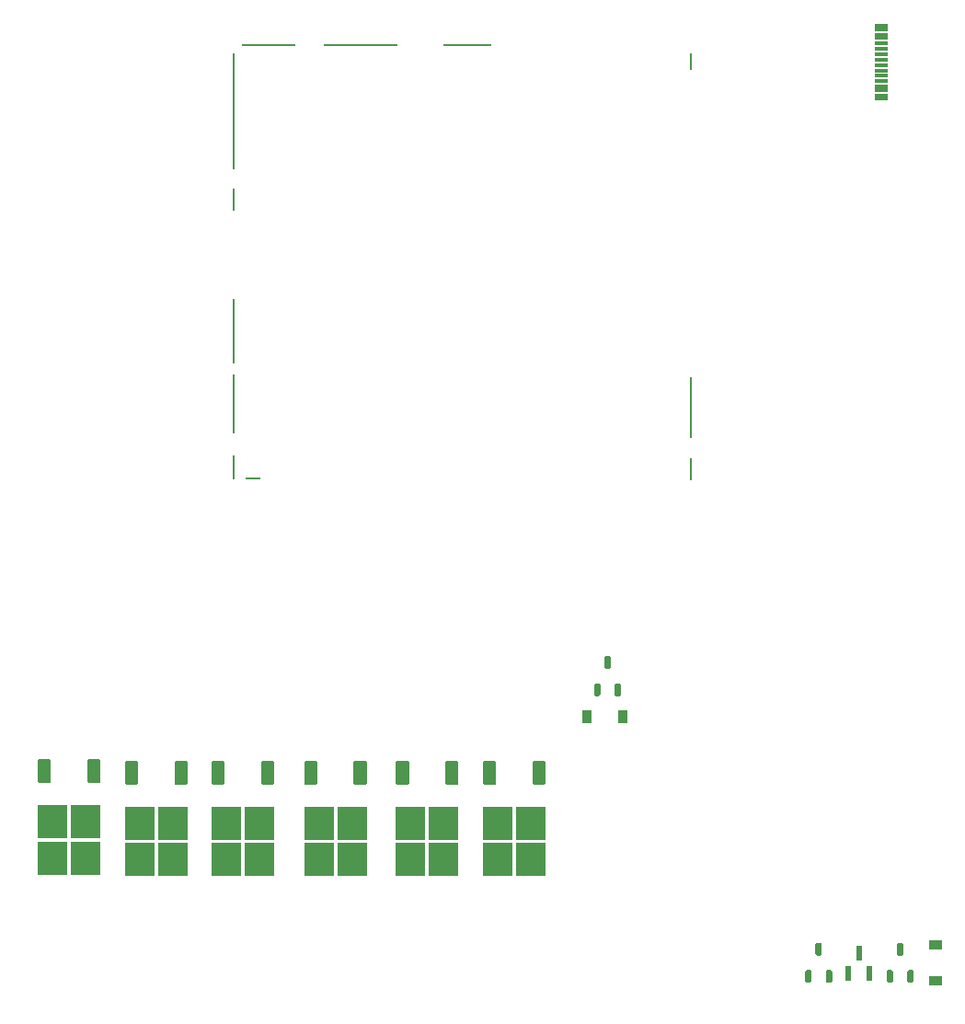
<source format=gtp>
G04 #@! TF.GenerationSoftware,KiCad,Pcbnew,8.0.7-8.0.7-0~ubuntu24.04.1*
G04 #@! TF.CreationDate,2024-12-19T04:57:45+00:00*
G04 #@! TF.ProjectId,z31hellen,7a333168-656c-46c6-956e-2e6b69636164,rev?*
G04 #@! TF.SameCoordinates,Original*
G04 #@! TF.FileFunction,Paste,Top*
G04 #@! TF.FilePolarity,Positive*
%FSLAX46Y46*%
G04 Gerber Fmt 4.6, Leading zero omitted, Abs format (unit mm)*
G04 Created by KiCad (PCBNEW 8.0.7-8.0.7-0~ubuntu24.04.1) date 2024-12-19 04:57:45*
%MOMM*%
%LPD*%
G01*
G04 APERTURE LIST*
%ADD10R,2.750000X3.050000*%
%ADD11R,1.219200X0.914400*%
%ADD12R,0.200000X2.300000*%
%ADD13R,0.200000X10.700000*%
%ADD14R,0.200000X2.100000*%
%ADD15R,0.200000X6.000000*%
%ADD16R,0.200000X5.400000*%
%ADD17R,1.400000X0.200000*%
%ADD18R,5.000000X0.200000*%
%ADD19R,6.800000X0.200000*%
%ADD20R,4.500000X0.200000*%
%ADD21R,0.200000X1.600000*%
%ADD22R,0.200000X5.700000*%
%ADD23R,0.200000X2.000000*%
%ADD24R,1.150000X0.300000*%
%ADD25R,0.558800X1.320800*%
%ADD26R,0.914400X1.219200*%
G04 APERTURE END LIST*
D10*
G04 #@! TO.C,Q5*
X45475002Y35975005D03*
X42425002Y35975005D03*
X45475002Y32625005D03*
X42425002Y32625005D03*
G36*
G01*
X45750002Y41700005D02*
X46710002Y41700005D01*
G75*
G02*
X46830002Y41580005I0J-120000D01*
G01*
X46830002Y39620005D01*
G75*
G02*
X46710002Y39500005I-120000J0D01*
G01*
X45750002Y39500005D01*
G75*
G02*
X45630002Y39620005I0J120000D01*
G01*
X45630002Y41580005D01*
G75*
G02*
X45750002Y41700005I120000J0D01*
G01*
G37*
G36*
G01*
X41190002Y41700005D02*
X42150002Y41700005D01*
G75*
G02*
X42270002Y41580005I0J-120000D01*
G01*
X42270002Y39620005D01*
G75*
G02*
X42150002Y39500005I-120000J0D01*
G01*
X41190002Y39500005D01*
G75*
G02*
X41070002Y39620005I0J120000D01*
G01*
X41070002Y41580005D01*
G75*
G02*
X41190002Y41700005I120000J0D01*
G01*
G37*
G04 #@! TD*
G04 #@! TO.C,Q3*
G36*
G01*
X104122502Y21265005D02*
X103827502Y21265005D01*
G75*
G02*
X103680002Y21412505I0J147500D01*
G01*
X103680002Y22327505D01*
G75*
G02*
X103827502Y22475005I147500J0D01*
G01*
X104122502Y22475005D01*
G75*
G02*
X104270002Y22327505I0J-147500D01*
G01*
X104270002Y21412505D01*
G75*
G02*
X104122502Y21265005I-147500J0D01*
G01*
G37*
G36*
G01*
X106022502Y21265005D02*
X105727502Y21265005D01*
G75*
G02*
X105580002Y21412505I0J147500D01*
G01*
X105580002Y22327505D01*
G75*
G02*
X105727502Y22475005I147500J0D01*
G01*
X106022502Y22475005D01*
G75*
G02*
X106170002Y22327505I0J-147500D01*
G01*
X106170002Y21412505D01*
G75*
G02*
X106022502Y21265005I-147500J0D01*
G01*
G37*
G36*
G01*
X105072502Y23775005D02*
X104777502Y23775005D01*
G75*
G02*
X104630002Y23922505I0J147500D01*
G01*
X104630002Y24837505D01*
G75*
G02*
X104777502Y24985005I147500J0D01*
G01*
X105072502Y24985005D01*
G75*
G02*
X105220002Y24837505I0J-147500D01*
G01*
X105220002Y23922505D01*
G75*
G02*
X105072502Y23775005I-147500J0D01*
G01*
G37*
G04 #@! TD*
D11*
G04 #@! TO.C,D1*
X115675002Y21486705D03*
X115675002Y24763305D03*
G04 #@! TD*
D12*
G04 #@! TO.C,M1*
X51074996Y68724999D03*
D13*
X51074998Y101524997D03*
D14*
X51074998Y93324998D03*
D15*
X51074998Y81274999D03*
D16*
X51074998Y74575002D03*
D17*
X52875005Y67674996D03*
D18*
X54275000Y107574997D03*
D19*
X62775003Y107574997D03*
D20*
X72625006Y107574997D03*
D21*
X93175001Y106074998D03*
D22*
X93175001Y74224995D03*
D23*
X93175001Y68575002D03*
G04 #@! TD*
D10*
G04 #@! TO.C,Q4*
X37475002Y36125005D03*
X34425002Y36125005D03*
X37475002Y32775005D03*
X34425002Y32775005D03*
G36*
G01*
X37750002Y41850005D02*
X38710002Y41850005D01*
G75*
G02*
X38830002Y41730005I0J-120000D01*
G01*
X38830002Y39770005D01*
G75*
G02*
X38710002Y39650005I-120000J0D01*
G01*
X37750002Y39650005D01*
G75*
G02*
X37630002Y39770005I0J120000D01*
G01*
X37630002Y41730005D01*
G75*
G02*
X37750002Y41850005I120000J0D01*
G01*
G37*
G36*
G01*
X33190002Y41850005D02*
X34150002Y41850005D01*
G75*
G02*
X34270002Y41730005I0J-120000D01*
G01*
X34270002Y39770005D01*
G75*
G02*
X34150002Y39650005I-120000J0D01*
G01*
X33190002Y39650005D01*
G75*
G02*
X33070002Y39770005I0J120000D01*
G01*
X33070002Y41730005D01*
G75*
G02*
X33190002Y41850005I120000J0D01*
G01*
G37*
G04 #@! TD*
D24*
G04 #@! TO.C,J3*
X110670000Y109350000D03*
X110670000Y108550000D03*
X110670000Y107250000D03*
X110670000Y106250000D03*
X110670000Y105750000D03*
X110670000Y104750000D03*
X110670000Y103450000D03*
X110670000Y102650000D03*
X110670000Y102950000D03*
X110670000Y103750000D03*
X110670000Y104250000D03*
X110670000Y105250000D03*
X110670000Y106750000D03*
X110670000Y107750000D03*
X110670000Y108250000D03*
X110670000Y109050000D03*
G04 #@! TD*
D25*
G04 #@! TO.C,U5*
X107675002Y22125005D03*
X109585000Y22125005D03*
X108630001Y24004605D03*
G04 #@! TD*
D10*
G04 #@! TO.C,Q8*
X70425002Y35975005D03*
X67375002Y35975005D03*
X70425002Y32625005D03*
X67375002Y32625005D03*
G36*
G01*
X70700002Y41700005D02*
X71660002Y41700005D01*
G75*
G02*
X71780002Y41580005I0J-120000D01*
G01*
X71780002Y39620005D01*
G75*
G02*
X71660002Y39500005I-120000J0D01*
G01*
X70700002Y39500005D01*
G75*
G02*
X70580002Y39620005I0J120000D01*
G01*
X70580002Y41580005D01*
G75*
G02*
X70700002Y41700005I120000J0D01*
G01*
G37*
G36*
G01*
X66140002Y41700005D02*
X67100002Y41700005D01*
G75*
G02*
X67220002Y41580005I0J-120000D01*
G01*
X67220002Y39620005D01*
G75*
G02*
X67100002Y39500005I-120000J0D01*
G01*
X66140002Y39500005D01*
G75*
G02*
X66020002Y39620005I0J120000D01*
G01*
X66020002Y41580005D01*
G75*
G02*
X66140002Y41700005I120000J0D01*
G01*
G37*
G04 #@! TD*
G04 #@! TO.C,Q9*
X78450002Y35975005D03*
X75400002Y35975005D03*
X78450002Y32625005D03*
X75400002Y32625005D03*
G36*
G01*
X78725002Y41700005D02*
X79685002Y41700005D01*
G75*
G02*
X79805002Y41580005I0J-120000D01*
G01*
X79805002Y39620005D01*
G75*
G02*
X79685002Y39500005I-120000J0D01*
G01*
X78725002Y39500005D01*
G75*
G02*
X78605002Y39620005I0J120000D01*
G01*
X78605002Y41580005D01*
G75*
G02*
X78725002Y41700005I120000J0D01*
G01*
G37*
G36*
G01*
X74165002Y41700005D02*
X75125002Y41700005D01*
G75*
G02*
X75245002Y41580005I0J-120000D01*
G01*
X75245002Y39620005D01*
G75*
G02*
X75125002Y39500005I-120000J0D01*
G01*
X74165002Y39500005D01*
G75*
G02*
X74045002Y39620005I0J120000D01*
G01*
X74045002Y41580005D01*
G75*
G02*
X74165002Y41700005I120000J0D01*
G01*
G37*
G04 #@! TD*
G04 #@! TO.C,Q7*
X61975002Y35975005D03*
X58925002Y35975005D03*
X61975002Y32625005D03*
X58925002Y32625005D03*
G36*
G01*
X62250002Y41700005D02*
X63210002Y41700005D01*
G75*
G02*
X63330002Y41580005I0J-120000D01*
G01*
X63330002Y39620005D01*
G75*
G02*
X63210002Y39500005I-120000J0D01*
G01*
X62250002Y39500005D01*
G75*
G02*
X62130002Y39620005I0J120000D01*
G01*
X62130002Y41580005D01*
G75*
G02*
X62250002Y41700005I120000J0D01*
G01*
G37*
G36*
G01*
X57690002Y41700005D02*
X58650002Y41700005D01*
G75*
G02*
X58770002Y41580005I0J-120000D01*
G01*
X58770002Y39620005D01*
G75*
G02*
X58650002Y39500005I-120000J0D01*
G01*
X57690002Y39500005D01*
G75*
G02*
X57570002Y39620005I0J120000D01*
G01*
X57570002Y41580005D01*
G75*
G02*
X57690002Y41700005I120000J0D01*
G01*
G37*
G04 #@! TD*
G04 #@! TO.C,Q6*
X53450002Y35975005D03*
X50400002Y35975005D03*
X53450002Y32625005D03*
X50400002Y32625005D03*
G36*
G01*
X53725002Y41700005D02*
X54685002Y41700005D01*
G75*
G02*
X54805002Y41580005I0J-120000D01*
G01*
X54805002Y39620005D01*
G75*
G02*
X54685002Y39500005I-120000J0D01*
G01*
X53725002Y39500005D01*
G75*
G02*
X53605002Y39620005I0J120000D01*
G01*
X53605002Y41580005D01*
G75*
G02*
X53725002Y41700005I120000J0D01*
G01*
G37*
G36*
G01*
X49165002Y41700005D02*
X50125002Y41700005D01*
G75*
G02*
X50245002Y41580005I0J-120000D01*
G01*
X50245002Y39620005D01*
G75*
G02*
X50125002Y39500005I-120000J0D01*
G01*
X49165002Y39500005D01*
G75*
G02*
X49045002Y39620005I0J120000D01*
G01*
X49045002Y41580005D01*
G75*
G02*
X49165002Y41700005I120000J0D01*
G01*
G37*
G04 #@! TD*
G04 #@! TO.C,Q2*
G36*
G01*
X84697500Y47640000D02*
X84402500Y47640000D01*
G75*
G02*
X84255000Y47787500I0J147500D01*
G01*
X84255000Y48702500D01*
G75*
G02*
X84402500Y48850000I147500J0D01*
G01*
X84697500Y48850000D01*
G75*
G02*
X84845000Y48702500I0J-147500D01*
G01*
X84845000Y47787500D01*
G75*
G02*
X84697500Y47640000I-147500J0D01*
G01*
G37*
G36*
G01*
X86597500Y47640000D02*
X86302500Y47640000D01*
G75*
G02*
X86155000Y47787500I0J147500D01*
G01*
X86155000Y48702500D01*
G75*
G02*
X86302500Y48850000I147500J0D01*
G01*
X86597500Y48850000D01*
G75*
G02*
X86745000Y48702500I0J-147500D01*
G01*
X86745000Y47787500D01*
G75*
G02*
X86597500Y47640000I-147500J0D01*
G01*
G37*
G36*
G01*
X85647500Y50150000D02*
X85352500Y50150000D01*
G75*
G02*
X85205000Y50297500I0J147500D01*
G01*
X85205000Y51212500D01*
G75*
G02*
X85352500Y51360000I147500J0D01*
G01*
X85647500Y51360000D01*
G75*
G02*
X85795000Y51212500I0J-147500D01*
G01*
X85795000Y50297500D01*
G75*
G02*
X85647500Y50150000I-147500J0D01*
G01*
G37*
G04 #@! TD*
D26*
G04 #@! TO.C,D2*
X83611700Y45750000D03*
X86888300Y45750000D03*
G04 #@! TD*
G04 #@! TO.C,Q1*
G36*
G01*
X111622502Y21265005D02*
X111327502Y21265005D01*
G75*
G02*
X111180002Y21412505I0J147500D01*
G01*
X111180002Y22327505D01*
G75*
G02*
X111327502Y22475005I147500J0D01*
G01*
X111622502Y22475005D01*
G75*
G02*
X111770002Y22327505I0J-147500D01*
G01*
X111770002Y21412505D01*
G75*
G02*
X111622502Y21265005I-147500J0D01*
G01*
G37*
G36*
G01*
X113522502Y21265005D02*
X113227502Y21265005D01*
G75*
G02*
X113080002Y21412505I0J147500D01*
G01*
X113080002Y22327505D01*
G75*
G02*
X113227502Y22475005I147500J0D01*
G01*
X113522502Y22475005D01*
G75*
G02*
X113670002Y22327505I0J-147500D01*
G01*
X113670002Y21412505D01*
G75*
G02*
X113522502Y21265005I-147500J0D01*
G01*
G37*
G36*
G01*
X112572502Y23775005D02*
X112277502Y23775005D01*
G75*
G02*
X112130002Y23922505I0J147500D01*
G01*
X112130002Y24837505D01*
G75*
G02*
X112277502Y24985005I147500J0D01*
G01*
X112572502Y24985005D01*
G75*
G02*
X112720002Y24837505I0J-147500D01*
G01*
X112720002Y23922505D01*
G75*
G02*
X112572502Y23775005I-147500J0D01*
G01*
G37*
G04 #@! TD*
M02*

</source>
